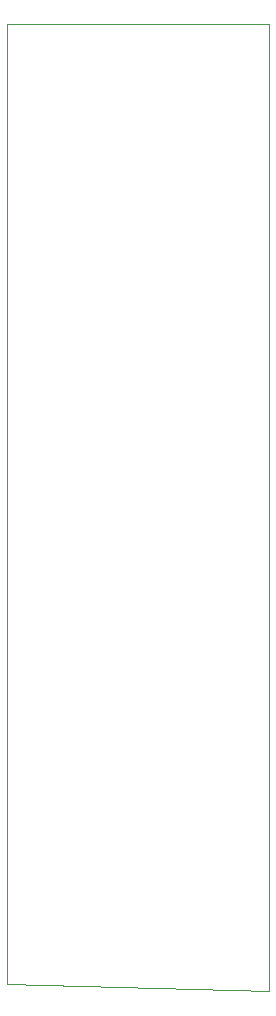
<source format=gbr>
G04 #@! TF.GenerationSoftware,KiCad,Pcbnew,(5.1.5-0-10_14)*
G04 #@! TF.CreationDate,2020-11-05T18:46:50+01:00*
G04 #@! TF.ProjectId,vm000-powerdist,766d3030-302d-4706-9f77-657264697374,rev?*
G04 #@! TF.SameCoordinates,Original*
G04 #@! TF.FileFunction,Profile,NP*
%FSLAX46Y46*%
G04 Gerber Fmt 4.6, Leading zero omitted, Abs format (unit mm)*
G04 Created by KiCad (PCBNEW (5.1.5-0-10_14)) date 2020-11-05 18:46:50*
%MOMM*%
%LPD*%
G04 APERTURE LIST*
%ADD10C,0.050000*%
G04 APERTURE END LIST*
D10*
X151130000Y-129540000D02*
X151130000Y-48260000D01*
X173355000Y-130175000D02*
X151130000Y-129540000D01*
X173355000Y-48260000D02*
X173355000Y-130175000D01*
X151130000Y-48260000D02*
X173355000Y-48260000D01*
M02*

</source>
